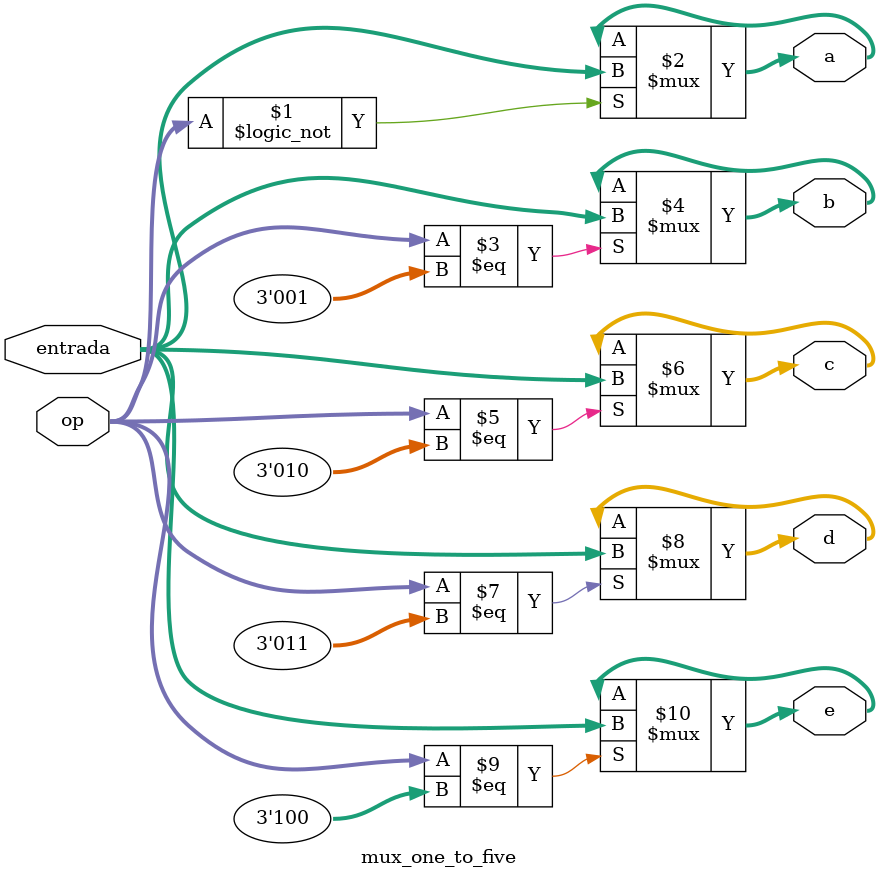
<source format=v>

module mux_one_to_five (
    input [2:0] op, 
    input [15:0] entrada,
    output [15:0] a,
    output [15:0] b, 
    output [15:0] c,
    output [15:0] d,
    output [15:0] e
);

// OP cases:
// op = 000 -> a = entrada
// op = 001 -> b = entrada
// op = 010 -> c = entrada
// op = 011 -> d = entrada
// op = 100 -> e = entrada

assign a = (op == 3'b000) ? entrada : a;
assign b = (op == 3'b001) ? entrada : b;
assign c = (op == 3'b010) ? entrada : c;
assign d = (op == 3'b011) ? entrada : d;
assign e = (op == 3'b100) ? entrada : e;
    
endmodule
</source>
